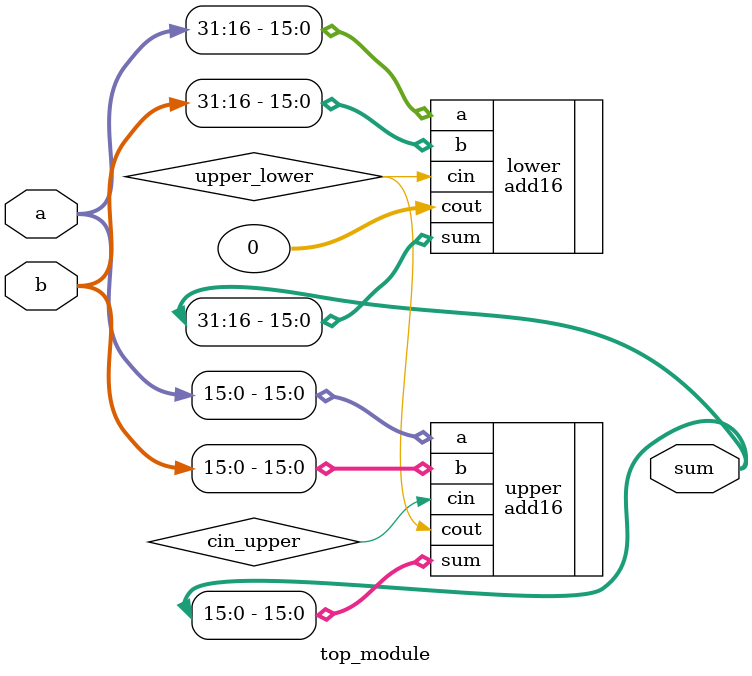
<source format=sv>
module top_module(
    input [31:0] a,
    input [31:0] b,
    output [31:0] sum
);
	wire cin_upper;
    wire upper_lower;
        
    add16 upper(.a(a[15:0]), .b(b[15:0]), .cin(cin_upper), .cout(upper_lower), .sum(sum[15:0]));
    add16 lower(.a(a[31:16]), .b(b[31:16]), .cin(upper_lower), .cout(0), .sum(sum[31:16]));
    
endmodule
</source>
